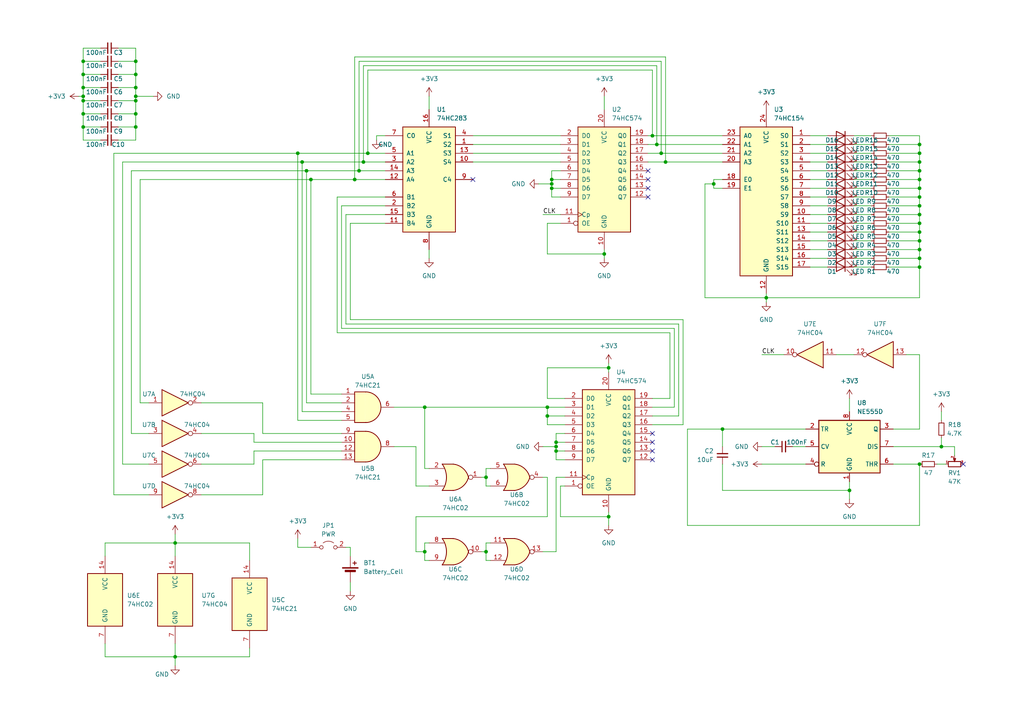
<source format=kicad_sch>
(kicad_sch (version 20230121) (generator eeschema)
  (paper "A4")
  (title_block (title "Supercar!"))
  (lib_symbols
    (symbol "74xx:74HC02" (pin_names (offset 1.016))
      (property "Reference" "U" (at 0 1.27 0))
      (property "Value" "74HC02" (at 0 -1.27 0))
      (symbol "74HC02_1_1"
        (pin output inverted (at 7.62 0 180) (length 3.81) (name "~") (number "1"))
        (pin input line (at -7.62 2.54 0) (length 4.318) (name "~") (number "2"))
        (pin input line (at -7.62 -2.54 0) (length 4.318) (name "~") (number "3"))
      )
      (symbol "74HC02_1_2"
        (pin output line (at 7.62 0 180) (length 3.81) (name "~") (number "1"))
        (pin input inverted (at -7.62 2.54 0) (length 3.81) (name "~") (number "2"))
        (pin input inverted (at -7.62 -2.54 0) (length 3.81) (name "~") (number "3"))
      )
      (symbol "74HC02_2_1"
        (pin output inverted (at 7.62 0 180) (length 3.81) (name "~") (number "4"))
        (pin input line (at -7.62 2.54 0) (length 4.318) (name "~") (number "5"))
        (pin input line (at -7.62 -2.54 0) (length 4.318) (name "~") (number "6"))
      )
      (symbol "74HC02_2_2"
        (pin output line (at 7.62 0 180) (length 3.81) (name "~") (number "4"))
        (pin input inverted (at -7.62 2.54 0) (length 3.81) (name "~") (number "5"))
        (pin input inverted (at -7.62 -2.54 0) (length 3.81) (name "~") (number "6"))
      )
      (symbol "74HC02_3_1"
        (pin output inverted (at 7.62 0 180) (length 3.81) (name "~") (number "10"))
        (pin input line (at -7.62 2.54 0) (length 4.318) (name "~") (number "8"))
        (pin input line (at -7.62 -2.54 0) (length 4.318) (name "~") (number "9"))
      )
      (symbol "74HC02_3_2"
        (pin output line (at 7.62 0 180) (length 3.81) (name "~") (number "10"))
        (pin input inverted (at -7.62 2.54 0) (length 3.81) (name "~") (number "8"))
        (pin input inverted (at -7.62 -2.54 0) (length 3.81) (name "~") (number "9"))
      )
      (symbol "74HC02_4_1"
        (pin input line (at -7.62 2.54 0) (length 4.318) (name "~") (number "11"))
        (pin input line (at -7.62 -2.54 0) (length 4.318) (name "~") (number "12"))
        (pin output inverted (at 7.62 0 180) (length 3.81) (name "~") (number "13"))
      )
      (symbol "74HC02_4_2"
        (pin input inverted (at -7.62 2.54 0) (length 3.81) (name "~") (number "11"))
        (pin input inverted (at -7.62 -2.54 0) (length 3.81) (name "~") (number "12"))
        (pin output line (at 7.62 0 180) (length 3.81) (name "~") (number "13"))
      )
      (symbol "74HC02_5_0"
        (pin power_in line (at 0 12.7 270) (length 5.08) (name "VCC") (number "14"))
        (pin power_in line (at 0 -12.7 90) (length 5.08) (name "GND") (number "7"))
      )
    )
    (symbol "74xx:74HC04"
      (property "Reference" "U" (at 0 1.27 0))
      (property "Value" "74HC04" (at 0 -1.27 0))
      (symbol "74HC04_1_0"
        (pin input line (at -7.62 0 0) (length 3.81) (name "~") (number "1"))
        (pin output inverted (at 7.62 0 180) (length 3.81) (name "~") (number "2"))
      )
      (symbol "74HC04_2_0"
        (pin input line (at -7.62 0 0) (length 3.81) (name "~") (number "3"))
        (pin output inverted (at 7.62 0 180) (length 3.81) (name "~") (number "4"))
      )
      (symbol "74HC04_3_0"
        (pin input line (at -7.62 0 0) (length 3.81) (name "~") (number "5"))
        (pin output inverted (at 7.62 0 180) (length 3.81) (name "~") (number "6"))
      )
      (symbol "74HC04_4_0"
        (pin output inverted (at 7.62 0 180) (length 3.81) (name "~") (number "8"))
        (pin input line (at -7.62 0 0) (length 3.81) (name "~") (number "9"))
      )
      (symbol "74HC04_5_0"
        (pin output inverted (at 7.62 0 180) (length 3.81) (name "~") (number "10"))
        (pin input line (at -7.62 0 0) (length 3.81) (name "~") (number "11"))
      )
      (symbol "74HC04_6_0"
        (pin output inverted (at 7.62 0 180) (length 3.81) (name "~") (number "12"))
        (pin input line (at -7.62 0 0) (length 3.81) (name "~") (number "13"))
      )
      (symbol "74HC04_7_0"
        (pin power_in line (at 0 12.7 270) (length 5.08) (name "VCC") (number "14"))
        (pin power_in line (at 0 -12.7 90) (length 5.08) (name "GND") (number "7"))
      )
    )
    (symbol "74xx:74LS154" (pin_names (offset 1.016))
      (property "Reference" "U" (at -7.62 21.59 0))
      (property "Value" "74LS154" (at -7.62 -24.13 0))
      (symbol "74LS154_1_0"
        (pin output line (at 12.7 17.78 180) (length 5.08) (name "S0") (number "1"))
        (pin output line (at 12.7 -5.08 180) (length 5.08) (name "S9") (number "10"))
        (pin output line (at 12.7 -7.62 180) (length 5.08) (name "S10") (number "11"))
        (pin power_in line (at 0 -27.94 90) (length 5.08) (name "GND") (number "12"))
        (pin output line (at 12.7 -10.16 180) (length 5.08) (name "S11") (number "13"))
        (pin output line (at 12.7 -12.7 180) (length 5.08) (name "S12") (number "14"))
        (pin output line (at 12.7 -15.24 180) (length 5.08) (name "S13") (number "15"))
        (pin output line (at 12.7 -17.78 180) (length 5.08) (name "S14") (number "16"))
        (pin output line (at 12.7 -20.32 180) (length 5.08) (name "S15") (number "17"))
        (pin input line (at -12.7 5.08 0) (length 5.08) (name "E0") (number "18"))
        (pin input line (at -12.7 2.54 0) (length 5.08) (name "E1") (number "19"))
        (pin output line (at 12.7 15.24 180) (length 5.08) (name "S1") (number "2"))
        (pin input line (at -12.7 10.16 0) (length 5.08) (name "A3") (number "20"))
        (pin input line (at -12.7 12.7 0) (length 5.08) (name "A2") (number "21"))
        (pin input line (at -12.7 15.24 0) (length 5.08) (name "A1") (number "22"))
        (pin input line (at -12.7 17.78 0) (length 5.08) (name "A0") (number "23"))
        (pin power_in line (at 0 25.4 270) (length 5.08) (name "VCC") (number "24"))
        (pin output line (at 12.7 12.7 180) (length 5.08) (name "S2") (number "3"))
        (pin output line (at 12.7 10.16 180) (length 5.08) (name "S3") (number "4"))
        (pin output line (at 12.7 7.62 180) (length 5.08) (name "S4") (number "5"))
        (pin output line (at 12.7 5.08 180) (length 5.08) (name "S5") (number "6"))
        (pin output line (at 12.7 2.54 180) (length 5.08) (name "S6") (number "7"))
        (pin output line (at 12.7 0 180) (length 5.08) (name "S7") (number "8"))
        (pin output line (at 12.7 -2.54 180) (length 5.08) (name "S8") (number "9"))
      )
    )
    (symbol "74xx:74LS21" (pin_names (offset 1.016))
      (property "Reference" "U" (at 0 1.27 0))
      (property "Value" "74LS21" (at 0 -1.27 0))
      (symbol "74LS21_1_1"
        (pin input line (at -7.62 3.81 0) (length 3.81) (name "~") (number "1"))
        (pin input line (at -7.62 1.27 0) (length 3.81) (name "~") (number "2"))
        (pin input line (at -7.62 -1.27 0) (length 3.81) (name "~") (number "4"))
        (pin input line (at -7.62 -3.81 0) (length 3.81) (name "~") (number "5"))
        (pin output line (at 7.62 0 180) (length 3.81) (name "~") (number "6"))
      )
      (symbol "74LS21_1_2"
        (pin input inverted (at -7.62 3.81 0) (length 3.81) (name "~") (number "1"))
        (pin input inverted (at -7.62 1.27 0) (length 4.826) (name "~") (number "2"))
        (pin input inverted (at -7.62 -1.27 0) (length 4.826) (name "~") (number "4"))
        (pin input inverted (at -7.62 -3.81 0) (length 3.81) (name "~") (number "5"))
        (pin output inverted (at 7.62 0 180) (length 3.81) (name "~") (number "6"))
      )
      (symbol "74LS21_2_1"
        (pin input line (at -7.62 1.27 0) (length 3.81) (name "~") (number "10"))
        (pin input line (at -7.62 -1.27 0) (length 3.81) (name "~") (number "12"))
        (pin input line (at -7.62 -3.81 0) (length 3.81) (name "~") (number "13"))
        (pin output line (at 7.62 0 180) (length 3.81) (name "~") (number "8"))
        (pin input line (at -7.62 3.81 0) (length 3.81) (name "~") (number "9"))
      )
      (symbol "74LS21_2_2"
        (pin input inverted (at -7.62 1.27 0) (length 4.826) (name "~") (number "10"))
        (pin input inverted (at -7.62 -1.27 0) (length 4.826) (name "~") (number "12"))
        (pin input inverted (at -7.62 -3.81 0) (length 3.81) (name "~") (number "13"))
        (pin output inverted (at 7.62 0 180) (length 3.81) (name "~") (number "8"))
        (pin input inverted (at -7.62 3.81 0) (length 3.81) (name "~") (number "9"))
      )
      (symbol "74LS21_3_0"
        (pin power_in line (at 0 12.7 270) (length 5.08) (name "VCC") (number "14"))
        (pin power_in line (at 0 -12.7 90) (length 5.08) (name "GND") (number "7"))
      )
    )
    (symbol "74xx:74LS283" (pin_names (offset 1.016))
      (property "Reference" "U" (at -7.62 16.51 0))
      (property "Value" "74LS283" (at -7.62 -16.51 0))
      (symbol "74LS283_1_0"
        (pin output line (at 12.7 10.16 180) (length 5.08) (name "S2") (number "1"))
        (pin output line (at 12.7 5.08 180) (length 5.08) (name "S4") (number "10"))
        (pin input line (at -12.7 -12.7 0) (length 5.08) (name "B4") (number "11"))
        (pin input line (at -12.7 0 0) (length 5.08) (name "A4") (number "12"))
        (pin output line (at 12.7 7.62 180) (length 5.08) (name "S3") (number "13"))
        (pin input line (at -12.7 2.54 0) (length 5.08) (name "A3") (number "14"))
        (pin input line (at -12.7 -10.16 0) (length 5.08) (name "B3") (number "15"))
        (pin power_in line (at 0 20.32 270) (length 5.08) (name "VCC") (number "16"))
        (pin input line (at -12.7 -7.62 0) (length 5.08) (name "B2") (number "2"))
        (pin input line (at -12.7 5.08 0) (length 5.08) (name "A2") (number "3"))
        (pin output line (at 12.7 12.7 180) (length 5.08) (name "S1") (number "4"))
        (pin input line (at -12.7 7.62 0) (length 5.08) (name "A1") (number "5"))
        (pin input line (at -12.7 -5.08 0) (length 5.08) (name "B1") (number "6"))
        (pin input line (at -12.7 12.7 0) (length 5.08) (name "C0") (number "7"))
        (pin power_in line (at 0 -20.32 90) (length 5.08) (name "GND") (number "8"))
        (pin output line (at 12.7 0 180) (length 5.08) (name "C4") (number "9"))
      )
    )
    (symbol "74xx:74LS574" (pin_names (offset 1.016))
      (property "Reference" "U" (at -7.62 16.51 0))
      (property "Value" "74LS574" (at -7.62 -16.51 0))
      (symbol "74LS574_1_0"
        (pin input inverted (at -12.7 -12.7 0) (length 5.08) (name "OE") (number "1"))
        (pin power_in line (at 0 -20.32 90) (length 5.08) (name "GND") (number "10"))
        (pin input clock (at -12.7 -10.16 0) (length 5.08) (name "Cp") (number "11"))
        (pin tri_state line (at 12.7 -5.08 180) (length 5.08) (name "Q7") (number "12"))
        (pin tri_state line (at 12.7 -2.54 180) (length 5.08) (name "Q6") (number "13"))
        (pin tri_state line (at 12.7 0 180) (length 5.08) (name "Q5") (number "14"))
        (pin tri_state line (at 12.7 2.54 180) (length 5.08) (name "Q4") (number "15"))
        (pin tri_state line (at 12.7 5.08 180) (length 5.08) (name "Q3") (number "16"))
        (pin tri_state line (at 12.7 7.62 180) (length 5.08) (name "Q2") (number "17"))
        (pin tri_state line (at 12.7 10.16 180) (length 5.08) (name "Q1") (number "18"))
        (pin tri_state line (at 12.7 12.7 180) (length 5.08) (name "Q0") (number "19"))
        (pin input line (at -12.7 12.7 0) (length 5.08) (name "D0") (number "2"))
        (pin power_in line (at 0 20.32 270) (length 5.08) (name "VCC") (number "20"))
        (pin input line (at -12.7 10.16 0) (length 5.08) (name "D1") (number "3"))
        (pin input line (at -12.7 7.62 0) (length 5.08) (name "D2") (number "4"))
        (pin input line (at -12.7 5.08 0) (length 5.08) (name "D3") (number "5"))
        (pin input line (at -12.7 2.54 0) (length 5.08) (name "D4") (number "6"))
        (pin input line (at -12.7 0 0) (length 5.08) (name "D5") (number "7"))
        (pin input line (at -12.7 -2.54 0) (length 5.08) (name "D6") (number "8"))
        (pin input line (at -12.7 -5.08 0) (length 5.08) (name "D7") (number "9"))
      )
    )
    (symbol "Device:Battery_Cell" (pin_numbers hide) (pin_names (offset 0) hide)
      (property "Reference" "BT" (at 2.54 2.54 0))
      (property "Value" "Battery_Cell" (at 2.54 0 0))
      (symbol "Battery_Cell_1_1"
        (pin passive line (at 0 5.08 270) (length 2.54) (name "+") (number "1"))
        (pin passive line (at 0 -2.54 90) (length 2.54) (name "-") (number "2"))
      )
    )
    (symbol "Device:C_Small" (pin_numbers hide) (pin_names (offset 0.254) hide)
      (property "Reference" "C" (at 0.254 1.778 0))
      (property "Value" "C_Small" (at 0.254 -2.032 0))
      (symbol "C_Small_1_1"
        (pin passive line (at 0 2.54 270) (length 2.032) (name "~") (number "1"))
        (pin passive line (at 0 -2.54 90) (length 2.032) (name "~") (number "2"))
      )
    )
    (symbol "Device:LED" (pin_numbers hide) (pin_names (offset 1.016) hide)
      (property "Reference" "D" (at 0 2.54 0))
      (property "Value" "LED" (at 0 -2.54 0))
      (symbol "LED_1_1"
        (pin passive line (at -3.81 0 0) (length 2.54) (name "K") (number "1"))
        (pin passive line (at 3.81 0 180) (length 2.54) (name "A") (number "2"))
      )
    )
    (symbol "Device:R_Potentiometer_Small" (pin_names (offset 1.016) hide)
      (property "Reference" "RV" (at -4.445 0 90))
      (property "Value" "R_Potentiometer_Small" (at -2.54 0 90))
      (symbol "R_Potentiometer_Small_1_1"
        (pin passive line (at 0 2.54 270) (length 0.635) (name "1") (number "1"))
        (pin passive line (at 2.54 0 180) (length 0.9906) (name "2") (number "2"))
        (pin passive line (at 0 -2.54 90) (length 0.635) (name "3") (number "3"))
      )
    )
    (symbol "Device:R_Small" (pin_numbers hide) (pin_names (offset 0.254) hide)
      (property "Reference" "R" (at 0.762 0.508 0))
      (property "Value" "R_Small" (at 0.762 -1.016 0))
      (symbol "R_Small_1_1"
        (pin passive line (at 0 2.54 270) (length 0.762) (name "~") (number "1"))
        (pin passive line (at 0 -2.54 90) (length 0.762) (name "~") (number "2"))
      )
    )
    (symbol "Jumper:Jumper_2_Open" (pin_names (offset 0) hide)
      (property "Reference" "JP" (at 0 2.794 0))
      (property "Value" "Jumper_2_Open" (at 0 -2.286 0))
      (symbol "Jumper_2_Open_1_1"
        (pin passive line (at -5.08 0 0) (length 2.54) (name "A") (number "1"))
        (pin passive line (at 5.08 0 180) (length 2.54) (name "B") (number "2"))
      )
    )
    (symbol "Timer:NE555D"
      (property "Reference" "U" (at -10.16 8.89 0))
      (property "Value" "NE555D" (at 2.54 8.89 0))
      (symbol "NE555D_0_0"
        (pin power_in line (at 0 -10.16 90) (length 2.54) (name "GND") (number "1"))
        (pin power_in line (at 0 10.16 270) (length 2.54) (name "VCC") (number "8"))
      )
      (symbol "NE555D_1_1"
        (pin input line (at -12.7 5.08 0) (length 3.81) (name "TR") (number "2"))
        (pin output line (at 12.7 5.08 180) (length 3.81) (name "Q") (number "3"))
        (pin input inverted (at -12.7 -5.08 0) (length 3.81) (name "R") (number "4"))
        (pin input line (at -12.7 0 0) (length 3.81) (name "CV") (number "5"))
        (pin input line (at 12.7 -5.08 180) (length 3.81) (name "THR") (number "6"))
        (pin input line (at 12.7 0 180) (length 3.81) (name "DIS") (number "7"))
      )
    )
    (symbol "power:+3V3" (power) (pin_names (offset 0))
      (property "Value" "+3V3" (at 0 3.556 0))
      (symbol "+3V3_1_1"
        (pin power_in line (at 0 0 90) (length 0) hide (name "+3V3") (number "1"))
      )
    )
    (symbol "power:GND" (power) (pin_names (offset 0))
      (property "Value" "GND" (at 0 -3.81 0))
      (symbol "GND_1_1"
        (pin power_in line (at 0 0 270) (length 0) hide (name "GND") (number "1"))
      )
    )
  )
  (junction (at 24.13 21.59))
  (junction (at 24.13 29.21))
  (junction (at 161.29 128.27))
  (junction (at 191.77 44.45))
  (junction (at 50.8 157.48))
  (junction (at 266.7 57.15))
  (junction (at 209.55 124.46))
  (junction (at 160.02 53.34))
  (junction (at 160.02 54.61))
  (junction (at 39.37 27.94))
  (junction (at 24.13 36.83))
  (junction (at 24.13 17.78))
  (junction (at 24.13 27.94))
  (junction (at 273.05 129.54))
  (junction (at 123.19 118.11))
  (junction (at 39.37 36.83))
  (junction (at 266.7 69.85))
  (junction (at 207.01 53.34))
  (junction (at 39.37 25.4))
  (junction (at 246.38 142.24))
  (junction (at 176.53 149.86))
  (junction (at 266.7 52.07))
  (junction (at 24.13 33.02))
  (junction (at 39.37 29.21))
  (junction (at 266.7 44.45))
  (junction (at 160.02 52.07))
  (junction (at 39.37 21.59))
  (junction (at 161.29 129.54))
  (junction (at 123.19 160.02))
  (junction (at 193.04 46.99))
  (junction (at 104.14 49.53))
  (junction (at 266.7 134.62))
  (junction (at 266.7 54.61))
  (junction (at 90.17 52.07))
  (junction (at 158.75 118.11))
  (junction (at 86.36 44.45))
  (junction (at 175.26 73.66))
  (junction (at 266.7 77.47))
  (junction (at 266.7 62.23))
  (junction (at 87.63 46.99))
  (junction (at 176.53 106.68))
  (junction (at 106.68 44.45))
  (junction (at 161.29 130.81))
  (junction (at 266.7 46.99))
  (junction (at 158.75 120.65))
  (junction (at 140.97 138.43))
  (junction (at 266.7 74.93))
  (junction (at 39.37 33.02))
  (junction (at 266.7 67.31))
  (junction (at 190.5 41.91))
  (junction (at 105.41 46.99))
  (junction (at 39.37 17.78))
  (junction (at 266.7 41.91))
  (junction (at 88.9 49.53))
  (junction (at 50.8 190.5))
  (junction (at 189.23 39.37))
  (junction (at 102.87 52.07))
  (junction (at 24.13 25.4))
  (junction (at 266.7 49.53))
  (junction (at 140.97 160.02))
  (junction (at 266.7 72.39))
  (junction (at 266.7 64.77))
  (junction (at 222.25 86.36))
  (junction (at 266.7 59.69))
  (no_connect (at 279.4 134.62))
  (no_connect (at 189.23 133.35))
  (no_connect (at 187.96 54.61))
  (no_connect (at 187.96 49.53))
  (no_connect (at 189.23 125.73))
  (no_connect (at 189.23 130.81))
  (no_connect (at 187.96 57.15))
  (no_connect (at 187.96 52.07))
  (no_connect (at 189.23 128.27))
  (no_connect (at 137.16 52.07))
  (wire (pts (xy 266.7 72.39) (xy 266.7 74.93)))
  (wire (pts (xy 157.48 62.23) (xy 162.56 62.23)))
  (wire (pts (xy 198.12 92.71) (xy 101.6 92.71)))
  (wire (pts (xy 22.86 27.94) (xy 24.13 27.94)))
  (wire (pts (xy 234.95 64.77) (xy 240.03 64.77)))
  (wire (pts (xy 39.37 21.59) (xy 39.37 25.4)))
  (wire (pts (xy 234.95 62.23) (xy 240.03 62.23)))
  (wire (pts (xy 234.95 59.69) (xy 240.03 59.69)))
  (wire (pts (xy 24.13 33.02) (xy 24.13 36.83)))
  (wire (pts (xy 90.17 158.75) (xy 86.36 158.75)))
  (wire (pts (xy 123.19 160.02) (xy 123.19 162.56)))
  (wire (pts (xy 157.48 129.54) (xy 161.29 129.54)))
  (wire (pts (xy 102.87 16.51) (xy 102.87 52.07)))
  (wire (pts (xy 247.65 77.47) (xy 252.73 77.47)))
  (wire (pts (xy 247.65 52.07) (xy 252.73 52.07)))
  (wire (pts (xy 158.75 123.19) (xy 163.83 123.19)))
  (wire (pts (xy 24.13 40.64) (xy 29.21 40.64)))
  (wire (pts (xy 30.48 186.69) (xy 30.48 190.5)))
  (wire (pts (xy 234.95 67.31) (xy 240.03 67.31)))
  (wire (pts (xy 58.42 116.84) (xy 76.2 116.84)))
  (wire (pts (xy 142.24 157.48) (xy 140.97 157.48)))
  (wire (pts (xy 266.7 44.45) (xy 266.7 46.99)))
  (wire (pts (xy 204.47 53.34) (xy 204.47 86.36)))
  (wire (pts (xy 234.95 74.93) (xy 240.03 74.93)))
  (wire (pts (xy 257.81 64.77) (xy 266.7 64.77)))
  (wire (pts (xy 88.9 49.53) (xy 88.9 116.84)))
  (wire (pts (xy 123.19 135.89) (xy 123.19 118.11)))
  (wire (pts (xy 158.75 118.11) (xy 163.83 118.11)))
  (wire (pts (xy 39.37 33.02) (xy 39.37 36.83)))
  (wire (pts (xy 162.56 149.86) (xy 162.56 140.97)))
  (wire (pts (xy 189.23 123.19) (xy 198.12 123.19)))
  (wire (pts (xy 34.29 13.97) (xy 39.37 13.97)))
  (wire (pts (xy 163.83 125.73) (xy 161.29 125.73)))
  (wire (pts (xy 229.87 129.54) (xy 233.68 129.54)))
  (wire (pts (xy 176.53 148.59) (xy 176.53 149.86)))
  (wire (pts (xy 189.23 115.57) (xy 194.31 115.57)))
  (wire (pts (xy 194.31 115.57) (xy 194.31 96.52)))
  (wire (pts (xy 257.81 74.93) (xy 266.7 74.93)))
  (wire (pts (xy 40.64 52.07) (xy 90.17 52.07)))
  (wire (pts (xy 34.29 33.02) (xy 39.37 33.02)))
  (wire (pts (xy 123.19 157.48) (xy 124.46 157.48)))
  (wire (pts (xy 120.65 149.86) (xy 120.65 160.02)))
  (wire (pts (xy 73.66 125.73) (xy 73.66 128.27)))
  (wire (pts (xy 207.01 52.07) (xy 207.01 53.34)))
  (wire (pts (xy 30.48 161.29) (xy 30.48 157.48)))
  (wire (pts (xy 137.16 39.37) (xy 162.56 39.37)))
  (wire (pts (xy 99.06 95.25) (xy 99.06 59.69)))
  (wire (pts (xy 266.7 152.4) (xy 266.7 134.62)))
  (wire (pts (xy 40.64 52.07) (xy 40.64 116.84)))
  (wire (pts (xy 176.53 105.41) (xy 176.53 106.68)))
  (wire (pts (xy 39.37 40.64) (xy 34.29 40.64)))
  (wire (pts (xy 102.87 52.07) (xy 90.17 52.07)))
  (wire (pts (xy 72.39 157.48) (xy 72.39 162.56)))
  (wire (pts (xy 40.64 116.84) (xy 43.18 116.84)))
  (wire (pts (xy 158.75 64.77) (xy 158.75 73.66)))
  (wire (pts (xy 24.13 33.02) (xy 29.21 33.02)))
  (wire (pts (xy 123.19 160.02) (xy 123.19 157.48)))
  (wire (pts (xy 120.65 129.54) (xy 120.65 140.97)))
  (wire (pts (xy 194.31 96.52) (xy 97.79 96.52)))
  (wire (pts (xy 24.13 17.78) (xy 24.13 21.59)))
  (wire (pts (xy 190.5 41.91) (xy 209.55 41.91)))
  (wire (pts (xy 234.95 44.45) (xy 240.03 44.45)))
  (wire (pts (xy 257.81 62.23) (xy 266.7 62.23)))
  (wire (pts (xy 24.13 36.83) (xy 29.21 36.83)))
  (wire (pts (xy 50.8 157.48) (xy 72.39 157.48)))
  (wire (pts (xy 58.42 134.62) (xy 73.66 134.62)))
  (wire (pts (xy 105.41 19.05) (xy 105.41 46.99)))
  (wire (pts (xy 124.46 72.39) (xy 124.46 74.93)))
  (wire (pts (xy 101.6 92.71) (xy 101.6 64.77)))
  (wire (pts (xy 50.8 157.48) (xy 50.8 161.29)))
  (wire (pts (xy 247.65 72.39) (xy 252.73 72.39)))
  (wire (pts (xy 259.08 124.46) (xy 266.7 124.46)))
  (wire (pts (xy 193.04 16.51) (xy 102.87 16.51)))
  (wire (pts (xy 87.63 46.99) (xy 87.63 119.38)))
  (wire (pts (xy 187.96 44.45) (xy 191.77 44.45)))
  (wire (pts (xy 222.25 85.09) (xy 222.25 86.36)))
  (wire (pts (xy 162.56 49.53) (xy 160.02 49.53)))
  (wire (pts (xy 39.37 17.78) (xy 39.37 21.59)))
  (wire (pts (xy 189.23 118.11) (xy 195.58 118.11)))
  (wire (pts (xy 140.97 157.48) (xy 140.97 160.02)))
  (wire (pts (xy 257.81 67.31) (xy 266.7 67.31)))
  (wire (pts (xy 123.19 118.11) (xy 158.75 118.11)))
  (wire (pts (xy 266.7 102.87) (xy 262.89 102.87)))
  (wire (pts (xy 157.48 160.02) (xy 161.29 160.02)))
  (wire (pts (xy 234.95 39.37) (xy 240.03 39.37)))
  (wire (pts (xy 257.81 54.61) (xy 266.7 54.61)))
  (wire (pts (xy 246.38 142.24) (xy 209.55 142.24)))
  (wire (pts (xy 234.95 57.15) (xy 240.03 57.15)))
  (wire (pts (xy 266.7 124.46) (xy 266.7 102.87)))
  (wire (pts (xy 35.56 46.99) (xy 35.56 134.62)))
  (wire (pts (xy 58.42 125.73) (xy 73.66 125.73)))
  (wire (pts (xy 50.8 190.5) (xy 72.39 190.5)))
  (wire (pts (xy 266.7 49.53) (xy 266.7 52.07)))
  (wire (pts (xy 100.33 158.75) (xy 101.6 158.75)))
  (wire (pts (xy 199.39 152.4) (xy 266.7 152.4)))
  (wire (pts (xy 34.29 29.21) (xy 39.37 29.21)))
  (wire (pts (xy 175.26 73.66) (xy 175.26 74.93)))
  (wire (pts (xy 39.37 29.21) (xy 39.37 33.02)))
  (wire (pts (xy 234.95 69.85) (xy 240.03 69.85)))
  (wire (pts (xy 273.05 129.54) (xy 276.86 129.54)))
  (wire (pts (xy 39.37 27.94) (xy 44.45 27.94)))
  (wire (pts (xy 247.65 49.53) (xy 252.73 49.53)))
  (wire (pts (xy 24.13 21.59) (xy 29.21 21.59)))
  (wire (pts (xy 161.29 160.02) (xy 161.29 138.43)))
  (wire (pts (xy 101.6 158.75) (xy 101.6 161.29)))
  (wire (pts (xy 105.41 46.99) (xy 111.76 46.99)))
  (wire (pts (xy 195.58 118.11) (xy 195.58 95.25)))
  (wire (pts (xy 266.7 67.31) (xy 266.7 69.85)))
  (wire (pts (xy 266.7 77.47) (xy 266.7 86.36)))
  (wire (pts (xy 101.6 168.91) (xy 101.6 171.45)))
  (wire (pts (xy 160.02 52.07) (xy 162.56 52.07)))
  (wire (pts (xy 259.08 129.54) (xy 273.05 129.54)))
  (wire (pts (xy 38.1 49.53) (xy 88.9 49.53)))
  (wire (pts (xy 189.23 120.65) (xy 196.85 120.65)))
  (wire (pts (xy 193.04 46.99) (xy 193.04 16.51)))
  (wire (pts (xy 30.48 157.48) (xy 50.8 157.48)))
  (wire (pts (xy 137.16 46.99) (xy 162.56 46.99)))
  (wire (pts (xy 257.81 41.91) (xy 266.7 41.91)))
  (wire (pts (xy 158.75 106.68) (xy 176.53 106.68)))
  (wire (pts (xy 158.75 120.65) (xy 163.83 120.65)))
  (wire (pts (xy 162.56 140.97) (xy 163.83 140.97)))
  (wire (pts (xy 209.55 124.46) (xy 233.68 124.46)))
  (wire (pts (xy 247.65 64.77) (xy 252.73 64.77)))
  (wire (pts (xy 87.63 46.99) (xy 105.41 46.99)))
  (wire (pts (xy 266.7 41.91) (xy 266.7 44.45)))
  (wire (pts (xy 247.65 44.45) (xy 252.73 44.45)))
  (wire (pts (xy 175.26 72.39) (xy 175.26 73.66)))
  (wire (pts (xy 73.66 128.27) (xy 99.06 128.27)))
  (wire (pts (xy 247.65 54.61) (xy 252.73 54.61)))
  (wire (pts (xy 114.3 118.11) (xy 123.19 118.11)))
  (wire (pts (xy 33.02 44.45) (xy 33.02 143.51)))
  (wire (pts (xy 86.36 44.45) (xy 86.36 121.92)))
  (wire (pts (xy 163.83 115.57) (xy 158.75 115.57)))
  (wire (pts (xy 273.05 119.38) (xy 273.05 121.92)))
  (wire (pts (xy 189.23 20.32) (xy 106.68 20.32)))
  (wire (pts (xy 247.65 41.91) (xy 252.73 41.91)))
  (wire (pts (xy 24.13 17.78) (xy 29.21 17.78)))
  (wire (pts (xy 246.38 142.24) (xy 246.38 144.78)))
  (wire (pts (xy 247.65 57.15) (xy 252.73 57.15)))
  (wire (pts (xy 34.29 25.4) (xy 39.37 25.4)))
  (wire (pts (xy 34.29 17.78) (xy 39.37 17.78)))
  (wire (pts (xy 90.17 114.3) (xy 99.06 114.3)))
  (wire (pts (xy 38.1 49.53) (xy 38.1 125.73)))
  (wire (pts (xy 50.8 190.5) (xy 50.8 193.04)))
  (wire (pts (xy 176.53 106.68) (xy 176.53 107.95)))
  (wire (pts (xy 29.21 13.97) (xy 24.13 13.97)))
  (wire (pts (xy 88.9 116.84) (xy 99.06 116.84)))
  (wire (pts (xy 161.29 128.27) (xy 163.83 128.27)))
  (wire (pts (xy 266.7 64.77) (xy 266.7 67.31)))
  (wire (pts (xy 124.46 27.94) (xy 124.46 31.75)))
  (wire (pts (xy 247.65 39.37) (xy 252.73 39.37)))
  (wire (pts (xy 273.05 129.54) (xy 273.05 127)))
  (wire (pts (xy 100.33 93.98) (xy 100.33 62.23)))
  (wire (pts (xy 207.01 53.34) (xy 204.47 53.34)))
  (wire (pts (xy 242.57 102.87) (xy 247.65 102.87)))
  (wire (pts (xy 161.29 125.73) (xy 161.29 128.27)))
  (wire (pts (xy 114.3 129.54) (xy 120.65 129.54)))
  (wire (pts (xy 137.16 44.45) (xy 162.56 44.45)))
  (wire (pts (xy 198.12 123.19) (xy 198.12 92.71)))
  (wire (pts (xy 160.02 57.15) (xy 162.56 57.15)))
  (wire (pts (xy 24.13 29.21) (xy 29.21 29.21)))
  (wire (pts (xy 257.81 49.53) (xy 266.7 49.53)))
  (wire (pts (xy 266.7 52.07) (xy 266.7 54.61)))
  (wire (pts (xy 257.81 39.37) (xy 266.7 39.37)))
  (wire (pts (xy 158.75 138.43) (xy 158.75 149.86)))
  (wire (pts (xy 104.14 49.53) (xy 111.76 49.53)))
  (wire (pts (xy 106.68 44.45) (xy 111.76 44.45)))
  (wire (pts (xy 191.77 44.45) (xy 209.55 44.45)))
  (wire (pts (xy 30.48 190.5) (xy 50.8 190.5)))
  (wire (pts (xy 104.14 17.78) (xy 104.14 49.53)))
  (wire (pts (xy 76.2 116.84) (xy 76.2 125.73)))
  (wire (pts (xy 234.95 49.53) (xy 240.03 49.53)))
  (wire (pts (xy 247.65 69.85) (xy 252.73 69.85)))
  (wire (pts (xy 207.01 53.34) (xy 207.01 54.61)))
  (wire (pts (xy 158.75 118.11) (xy 158.75 120.65)))
  (wire (pts (xy 220.98 129.54) (xy 224.79 129.54)))
  (wire (pts (xy 234.95 54.61) (xy 240.03 54.61)))
  (wire (pts (xy 234.95 46.99) (xy 240.03 46.99)))
  (wire (pts (xy 24.13 21.59) (xy 24.13 25.4)))
  (wire (pts (xy 189.23 39.37) (xy 189.23 20.32)))
  (wire (pts (xy 39.37 25.4) (xy 39.37 27.94)))
  (wire (pts (xy 99.06 59.69) (xy 111.76 59.69)))
  (wire (pts (xy 220.98 134.62) (xy 233.68 134.62)))
  (wire (pts (xy 195.58 95.25) (xy 99.06 95.25)))
  (wire (pts (xy 100.33 62.23) (xy 111.76 62.23)))
  (wire (pts (xy 257.81 72.39) (xy 266.7 72.39)))
  (wire (pts (xy 246.38 115.57) (xy 246.38 119.38)))
  (wire (pts (xy 76.2 125.73) (xy 99.06 125.73)))
  (wire (pts (xy 140.97 140.97) (xy 142.24 140.97)))
  (wire (pts (xy 158.75 149.86) (xy 120.65 149.86)))
  (wire (pts (xy 161.29 130.81) (xy 163.83 130.81)))
  (wire (pts (xy 50.8 186.69) (xy 50.8 190.5)))
  (wire (pts (xy 34.29 36.83) (xy 39.37 36.83)))
  (wire (pts (xy 187.96 41.91) (xy 190.5 41.91)))
  (wire (pts (xy 196.85 93.98) (xy 100.33 93.98)))
  (wire (pts (xy 266.7 46.99) (xy 266.7 49.53)))
  (wire (pts (xy 39.37 36.83) (xy 39.37 40.64)))
  (wire (pts (xy 73.66 134.62) (xy 73.66 130.81)))
  (wire (pts (xy 24.13 25.4) (xy 24.13 27.94)))
  (wire (pts (xy 193.04 46.99) (xy 209.55 46.99)))
  (wire (pts (xy 247.65 62.23) (xy 252.73 62.23)))
  (wire (pts (xy 156.21 53.34) (xy 160.02 53.34)))
  (wire (pts (xy 160.02 52.07) (xy 160.02 53.34)))
  (wire (pts (xy 204.47 86.36) (xy 222.25 86.36)))
  (wire (pts (xy 266.7 62.23) (xy 266.7 64.77)))
  (wire (pts (xy 247.65 46.99) (xy 252.73 46.99)))
  (wire (pts (xy 266.7 69.85) (xy 266.7 72.39)))
  (wire (pts (xy 50.8 154.94) (xy 50.8 157.48)))
  (wire (pts (xy 140.97 162.56) (xy 142.24 162.56)))
  (wire (pts (xy 24.13 29.21) (xy 24.13 33.02)))
  (wire (pts (xy 86.36 44.45) (xy 106.68 44.45)))
  (wire (pts (xy 247.65 67.31) (xy 252.73 67.31)))
  (wire (pts (xy 187.96 39.37) (xy 189.23 39.37)))
  (wire (pts (xy 257.81 77.47) (xy 266.7 77.47)))
  (wire (pts (xy 86.36 121.92) (xy 99.06 121.92)))
  (wire (pts (xy 234.95 77.47) (xy 240.03 77.47)))
  (wire (pts (xy 266.7 39.37) (xy 266.7 41.91)))
  (wire (pts (xy 38.1 125.73) (xy 43.18 125.73)))
  (wire (pts (xy 101.6 64.77) (xy 111.76 64.77)))
  (wire (pts (xy 257.81 59.69) (xy 266.7 59.69)))
  (wire (pts (xy 120.65 160.02) (xy 123.19 160.02)))
  (wire (pts (xy 139.7 138.43) (xy 140.97 138.43)))
  (wire (pts (xy 175.26 27.94) (xy 175.26 31.75)))
  (wire (pts (xy 247.65 59.69) (xy 252.73 59.69)))
  (wire (pts (xy 161.29 130.81) (xy 161.29 133.35)))
  (wire (pts (xy 176.53 149.86) (xy 176.53 152.4)))
  (wire (pts (xy 222.25 86.36) (xy 222.25 87.63)))
  (wire (pts (xy 87.63 119.38) (xy 99.06 119.38)))
  (wire (pts (xy 161.29 138.43) (xy 163.83 138.43)))
  (wire (pts (xy 142.24 135.89) (xy 140.97 135.89)))
  (wire (pts (xy 266.7 59.69) (xy 266.7 62.23)))
  (wire (pts (xy 102.87 52.07) (xy 111.76 52.07)))
  (wire (pts (xy 106.68 20.32) (xy 106.68 44.45)))
  (wire (pts (xy 109.22 39.37) (xy 109.22 40.64)))
  (wire (pts (xy 24.13 13.97) (xy 24.13 17.78)))
  (wire (pts (xy 140.97 160.02) (xy 140.97 162.56)))
  (wire (pts (xy 161.29 129.54) (xy 161.29 130.81)))
  (wire (pts (xy 97.79 57.15) (xy 111.76 57.15)))
  (wire (pts (xy 73.66 130.81) (xy 99.06 130.81)))
  (wire (pts (xy 257.81 46.99) (xy 266.7 46.99)))
  (wire (pts (xy 209.55 142.24) (xy 209.55 134.62)))
  (wire (pts (xy 76.2 143.51) (xy 76.2 133.35)))
  (wire (pts (xy 24.13 27.94) (xy 24.13 29.21)))
  (wire (pts (xy 257.81 69.85) (xy 266.7 69.85)))
  (wire (pts (xy 271.78 134.62) (xy 274.32 134.62)))
  (wire (pts (xy 111.76 39.37) (xy 109.22 39.37)))
  (wire (pts (xy 24.13 25.4) (xy 29.21 25.4)))
  (wire (pts (xy 189.23 39.37) (xy 209.55 39.37)))
  (wire (pts (xy 176.53 149.86) (xy 162.56 149.86)))
  (wire (pts (xy 35.56 134.62) (xy 43.18 134.62)))
  (wire (pts (xy 160.02 49.53) (xy 160.02 52.07)))
  (wire (pts (xy 24.13 36.83) (xy 24.13 40.64)))
  (wire (pts (xy 199.39 124.46) (xy 199.39 152.4)))
  (wire (pts (xy 190.5 41.91) (xy 190.5 19.05)))
  (wire (pts (xy 234.95 52.07) (xy 240.03 52.07)))
  (wire (pts (xy 266.7 134.62) (xy 259.08 134.62)))
  (wire (pts (xy 139.7 160.02) (xy 140.97 160.02)))
  (wire (pts (xy 247.65 74.93) (xy 252.73 74.93)))
  (wire (pts (xy 158.75 120.65) (xy 158.75 123.19)))
  (wire (pts (xy 120.65 140.97) (xy 124.46 140.97)))
  (wire (pts (xy 234.95 41.91) (xy 240.03 41.91)))
  (wire (pts (xy 191.77 17.78) (xy 104.14 17.78)))
  (wire (pts (xy 90.17 52.07) (xy 90.17 114.3)))
  (wire (pts (xy 160.02 54.61) (xy 160.02 57.15)))
  (wire (pts (xy 123.19 162.56) (xy 124.46 162.56)))
  (wire (pts (xy 161.29 133.35) (xy 163.83 133.35)))
  (wire (pts (xy 97.79 96.52) (xy 97.79 57.15)))
  (wire (pts (xy 160.02 54.61) (xy 162.56 54.61)))
  (wire (pts (xy 140.97 138.43) (xy 140.97 140.97)))
  (wire (pts (xy 266.7 57.15) (xy 266.7 59.69)))
  (wire (pts (xy 257.81 44.45) (xy 266.7 44.45)))
  (wire (pts (xy 160.02 53.34) (xy 160.02 54.61)))
  (wire (pts (xy 209.55 129.54) (xy 209.55 124.46)))
  (wire (pts (xy 207.01 54.61) (xy 209.55 54.61)))
  (wire (pts (xy 39.37 27.94) (xy 39.37 29.21)))
  (wire (pts (xy 209.55 52.07) (xy 207.01 52.07)))
  (wire (pts (xy 209.55 124.46) (xy 199.39 124.46)))
  (wire (pts (xy 220.98 102.87) (xy 227.33 102.87)))
  (wire (pts (xy 266.7 74.93) (xy 266.7 77.47)))
  (wire (pts (xy 158.75 115.57) (xy 158.75 106.68)))
  (wire (pts (xy 39.37 13.97) (xy 39.37 17.78)))
  (wire (pts (xy 266.7 86.36) (xy 222.25 86.36)))
  (wire (pts (xy 191.77 44.45) (xy 191.77 17.78)))
  (wire (pts (xy 157.48 138.43) (xy 158.75 138.43)))
  (wire (pts (xy 35.56 46.99) (xy 87.63 46.99)))
  (wire (pts (xy 33.02 44.45) (xy 86.36 44.45)))
  (wire (pts (xy 158.75 73.66) (xy 175.26 73.66)))
  (wire (pts (xy 276.86 129.54) (xy 276.86 132.08)))
  (wire (pts (xy 161.29 128.27) (xy 161.29 129.54)))
  (wire (pts (xy 34.29 21.59) (xy 39.37 21.59)))
  (wire (pts (xy 257.81 57.15) (xy 266.7 57.15)))
  (wire (pts (xy 257.81 52.07) (xy 266.7 52.07)))
  (wire (pts (xy 266.7 54.61) (xy 266.7 57.15)))
  (wire (pts (xy 234.95 72.39) (xy 240.03 72.39)))
  (wire (pts (xy 72.39 190.5) (xy 72.39 187.96)))
  (wire (pts (xy 187.96 46.99) (xy 193.04 46.99)))
  (wire (pts (xy 88.9 49.53) (xy 104.14 49.53)))
  (wire (pts (xy 190.5 19.05) (xy 105.41 19.05)))
  (wire (pts (xy 137.16 41.91) (xy 162.56 41.91)))
  (wire (pts (xy 140.97 135.89) (xy 140.97 138.43)))
  (wire (pts (xy 196.85 120.65) (xy 196.85 93.98)))
  (wire (pts (xy 86.36 156.21) (xy 86.36 158.75)))
  (wire (pts (xy 76.2 133.35) (xy 99.06 133.35)))
  (wire (pts (xy 162.56 64.77) (xy 158.75 64.77)))
  (wire (pts (xy 246.38 139.7) (xy 246.38 142.24)))
  (wire (pts (xy 123.19 135.89) (xy 124.46 135.89)))
  (wire (pts (xy 33.02 143.51) (xy 43.18 143.51)))
  (wire (pts (xy 58.42 143.51) (xy 76.2 143.51)))
  (label "CLK" (at 157.48 62.23 0))
  (label "CLK" (at 220.98 102.87 0))
  (symbol (lib_id "Device:C_Small") (at 31.75 17.78 270) (unit 1)
    (property "Reference" "C4" (at 34.29 19.05 90))
    (property "Value" "100nF" (at 27.94 19.05 90))
    (property "Footprint" "Capacitor_SMD:C_1206_3216Metric_Pad1.33x1.80mm_HandSolder" (effects hide))
  )
  (symbol (lib_id "Device:R_Small") (at 273.05 124.46 180) (unit 1)
    (property "Reference" "R18" (at 276.86 123.19 0))
    (property "Value" "4.7K" (at 276.86 125.73 0))
    (property "Footprint" "Resistor_SMD:R_1206_3216Metric_Pad1.30x1.75mm_HandSolder" (effects hide))
  )
  (symbol (lib_id "74xx:74HC04") (at 50.8 125.73 0) (unit 2)
    (property "Reference" "U7" (at 43.18 123.19 0))
    (property "Value" "74HC04" (at 57.15 123.19 0))
    (property "Footprint" "Package_SO:SOIC-14_3.9x8.7mm_P1.27mm" (effects hide))
    (property "Datasheet" "https://assets.nexperia.com/documents/data-sheet/74HC_HCT04.pdf" (effects hide))
  )
  (symbol (lib_id "Device:LED") (at 243.84 46.99 0) (mirror y) (unit 1)
    (property "Reference" "D13" (at 241.3 48.26 0))
    (property "Value" "LED" (at 248.92 48.26 0))
    (property "Footprint" "LED_SMD:LED_1206_3216Metric_Pad1.42x1.75mm_HandSolder" (effects hide))
  )
  (symbol (lib_id "Device:R_Small") (at 255.27 46.99 90) (mirror x) (unit 1)
    (property "Reference" "R13" (at 252.73 48.26 90))
    (property "Value" "470" (at 259.08 48.26 90))
    (property "Footprint" "Resistor_SMD:R_1206_3216Metric_Pad1.30x1.75mm_HandSolder" (effects hide))
  )
  (symbol (lib_id "power:GND") (at 101.6 171.45 0) (unit 1)
    (property "Reference" "#PWR021" (effects hide))
    (property "Value" "GND" (at 101.6 176.53 0))
  )
  (symbol (lib_id "power:GND") (at 124.46 74.93 0) (unit 1)
    (property "Reference" "#PWR02" (effects hide))
    (property "Value" "GND" (at 124.46 80.01 0))
  )
  (symbol (lib_id "power:+3V3") (at 124.46 27.94 0) (unit 1)
    (property "Reference" "#PWR01" (effects hide))
    (property "Value" "+3V3" (at 124.46 22.86 0))
  )
  (symbol (lib_id "power:GND") (at 220.98 129.54 270) (unit 1)
    (property "Reference" "#PWR013" (effects hide))
    (property "Value" "GND" (at 217.17 129.54 90) (effects (justify right)))
  )
  (symbol (lib_id "74xx:74HC04") (at 50.8 173.99 0) (unit 7)
    (property "Reference" "U7" (at 58.42 172.72 0) (effects (justify left)))
    (property "Value" "74HC04" (at 58.42 175.26 0) (effects (justify left)))
    (property "Footprint" "Package_SO:SOIC-14_3.9x8.7mm_P1.27mm" (effects hide))
    (property "Datasheet" "https://assets.nexperia.com/documents/data-sheet/74HC_HCT04.pdf" (effects hide))
  )
  (symbol (lib_id "74xx:74HC02") (at 132.08 138.43 0) (unit 1)
    (property "Reference" "U6" (at 132.08 144.78 0))
    (property "Value" "74HC02" (at 132.08 147.32 0))
    (property "Footprint" "Package_SO:SOIC-14_3.9x8.7mm_P1.27mm" (effects hide))
    (property "Datasheet" "http://www.ti.com/lit/gpn/sn74hc02" (effects hide))
  )
  (symbol (lib_id "power:+3V3") (at 220.98 134.62 90) (unit 1)
    (property "Reference" "#PWR014" (effects hide))
    (property "Value" "+3V3" (at 217.17 134.62 90) (effects (justify left)))
  )
  (symbol (lib_id "power:GND") (at 157.48 129.54 270) (unit 1)
    (property "Reference" "#PWR08" (effects hide))
    (property "Value" "GND" (at 153.67 129.54 90) (effects (justify right)))
  )
  (symbol (lib_id "Device:R_Small") (at 255.27 72.39 90) (mirror x) (unit 1)
    (property "Reference" "R3" (at 252.73 73.66 90))
    (property "Value" "470" (at 259.08 73.66 90))
    (property "Footprint" "Resistor_SMD:R_1206_3216Metric_Pad1.30x1.75mm_HandSolder" (effects hide))
  )
  (symbol (lib_id "power:GND") (at 44.45 27.94 90) (unit 1)
    (property "Reference" "#PWR018" (effects hide))
    (property "Value" "GND" (at 48.26 27.94 90) (effects (justify right)))
  )
  (symbol (lib_id "74xx:74LS283") (at 124.46 52.07 0) (unit 1)
    (property "Reference" "U1" (at 126.6541 31.75 0) (effects (justify left)))
    (property "Value" "74HC283" (at 126.6541 34.29 0) (effects (justify left)))
    (property "Footprint" "Package_SO:SOIC-16_3.9x9.9mm_P1.27mm" (effects hide))
    (property "Datasheet" "http://www.ti.com/lit/gpn/sn74LS283" (effects hide))
  )
  (symbol (lib_id "74xx:74HC04") (at 255.27 102.87 180) (unit 6)
    (property "Reference" "U7" (at 255.27 93.98 0))
    (property "Value" "74HC04" (at 255.27 96.52 0))
    (property "Footprint" "Package_SO:SOIC-14_3.9x8.7mm_P1.27mm" (effects hide))
    (property "Datasheet" "https://assets.nexperia.com/documents/data-sheet/74HC_HCT04.pdf" (effects hide))
  )
  (symbol (lib_id "Device:LED") (at 243.84 41.91 0) (mirror y) (unit 1)
    (property "Reference" "D15" (at 241.3 43.18 0))
    (property "Value" "LED" (at 248.92 43.18 0))
    (property "Footprint" "LED_SMD:LED_1206_3216Metric_Pad1.42x1.75mm_HandSolder" (effects hide))
  )
  (symbol (lib_id "Device:R_Small") (at 255.27 54.61 90) (mirror x) (unit 1)
    (property "Reference" "R10" (at 252.73 55.88 90))
    (property "Value" "470" (at 259.08 55.88 90))
    (property "Footprint" "Resistor_SMD:R_1206_3216Metric_Pad1.30x1.75mm_HandSolder" (effects hide))
  )
  (symbol (lib_id "74xx:74HC04") (at 50.8 143.51 0) (unit 4)
    (property "Reference" "U7" (at 43.18 140.97 0))
    (property "Value" "74HC04" (at 57.15 140.97 0))
    (property "Footprint" "Package_SO:SOIC-14_3.9x8.7mm_P1.27mm" (effects hide))
    (property "Datasheet" "https://assets.nexperia.com/documents/data-sheet/74HC_HCT04.pdf" (effects hide))
  )
  (symbol (lib_id "Device:C_Small") (at 227.33 129.54 90) (unit 1)
    (property "Reference" "C1" (at 224.79 128.27 90))
    (property "Value" "100nF" (at 231.14 128.27 90))
    (property "Footprint" "Capacitor_SMD:C_1206_3216Metric_Pad1.33x1.80mm_HandSolder" (effects hide))
  )
  (symbol (lib_id "74xx:74LS21") (at 106.68 129.54 0) (unit 2)
    (property "Reference" "U5" (at 106.68 135.89 0))
    (property "Value" "74HC21" (at 106.68 138.43 0))
    (property "Footprint" "Package_SO:SOIC-14_3.9x8.7mm_P1.27mm" (effects hide))
    (property "Datasheet" "http://www.ti.com/lit/gpn/sn74LS21" (effects hide))
  )
  (symbol (lib_id "Device:R_Small") (at 255.27 77.47 90) (mirror x) (unit 1)
    (property "Reference" "R1" (at 252.73 78.74 90))
    (property "Value" "470" (at 259.08 78.74 90))
    (property "Footprint" "Resistor_SMD:R_1206_3216Metric_Pad1.30x1.75mm_HandSolder" (effects hide))
  )
  (symbol (lib_id "power:GND") (at 50.8 193.04 0) (unit 1)
    (property "Reference" "#PWR017" (effects hide))
    (property "Value" "GND" (at 46.99 195.58 0))
  )
  (symbol (lib_id "74xx:74HC02") (at 149.86 160.02 0) (unit 4)
    (property "Reference" "U6" (at 149.86 165.1 0))
    (property "Value" "74HC02" (at 149.86 167.64 0))
    (property "Footprint" "Package_SO:SOIC-14_3.9x8.7mm_P1.27mm" (effects hide))
    (property "Datasheet" "http://www.ti.com/lit/gpn/sn74hc02" (effects hide))
  )
  (symbol (lib_id "Device:LED") (at 243.84 39.37 0) (mirror y) (unit 1)
    (property "Reference" "D16" (at 241.3 40.64 0))
    (property "Value" "LED" (at 248.92 40.64 0))
    (property "Footprint" "LED_SMD:LED_1206_3216Metric_Pad1.42x1.75mm_HandSolder" (effects hide))
  )
  (symbol (lib_id "74xx:74LS574") (at 176.53 128.27 0) (unit 1)
    (property "Reference" "U4" (at 178.7241 107.95 0) (effects (justify left)))
    (property "Value" "74HC574" (at 178.7241 110.49 0) (effects (justify left)))
    (property "Footprint" "Package_SO:SOIC-20W_7.5x12.8mm_P1.27mm" (effects hide))
    (property "Datasheet" "http://www.ti.com/lit/gpn/sn74LS574" (effects hide))
  )
  (symbol (lib_id "power:GND") (at 156.21 53.34 270) (unit 1)
    (property "Reference" "#PWR05" (effects hide))
    (property "Value" "GND" (at 152.4 53.34 90) (effects (justify right)))
  )
  (symbol (lib_id "Device:R_Small") (at 255.27 52.07 90) (mirror x) (unit 1)
    (property "Reference" "R11" (at 252.73 53.34 90))
    (property "Value" "470" (at 259.08 53.34 90))
    (property "Footprint" "Resistor_SMD:R_1206_3216Metric_Pad1.30x1.75mm_HandSolder" (effects hide))
  )
  (symbol (lib_id "Device:LED") (at 243.84 77.47 0) (mirror y) (unit 1)
    (property "Reference" "D1" (at 241.3 78.74 0))
    (property "Value" "LED" (at 248.92 78.74 0))
    (property "Footprint" "LED_SMD:LED_1206_3216Metric_Pad1.42x1.75mm_HandSolder" (effects hide))
  )
  (symbol (lib_id "Device:LED") (at 243.84 69.85 0) (mirror y) (unit 1)
    (property "Reference" "D4" (at 241.3 71.12 0))
    (property "Value" "LED" (at 248.92 71.12 0))
    (property "Footprint" "LED_SMD:LED_1206_3216Metric_Pad1.42x1.75mm_HandSolder" (effects hide))
  )
  (symbol (lib_id "74xx:74HC04") (at 234.95 102.87 180) (unit 5)
    (property "Reference" "U7" (at 234.95 93.98 0))
    (property "Value" "74HC04" (at 234.95 96.52 0))
    (property "Footprint" "Package_SO:SOIC-14_3.9x8.7mm_P1.27mm" (effects hide))
    (property "Datasheet" "https://assets.nexperia.com/documents/data-sheet/74HC_HCT04.pdf" (effects hide))
  )
  (symbol (lib_id "Device:R_Small") (at 255.27 64.77 90) (mirror x) (unit 1)
    (property "Reference" "R6" (at 252.73 66.04 90))
    (property "Value" "470" (at 259.08 66.04 90))
    (property "Footprint" "Resistor_SMD:R_1206_3216Metric_Pad1.30x1.75mm_HandSolder" (effects hide))
  )
  (symbol (lib_id "power:+3V3") (at 176.53 105.41 0) (unit 1)
    (property "Reference" "#PWR010" (effects hide))
    (property "Value" "+3V3" (at 176.53 100.33 0))
  )
  (symbol (lib_id "Device:C_Small") (at 209.55 132.08 0) (mirror x) (unit 1)
    (property "Reference" "C2" (at 207.01 130.8036 0) (effects (justify right)))
    (property "Value" "10uF" (at 207.01 133.3436 0) (effects (justify right)))
    (property "Footprint" "Capacitor_SMD:C_1206_3216Metric_Pad1.33x1.80mm_HandSolder" (effects hide))
  )
  (symbol (lib_id "Device:LED") (at 243.84 72.39 0) (mirror y) (unit 1)
    (property "Reference" "D3" (at 241.3 73.66 0))
    (property "Value" "LED" (at 248.92 73.66 0))
    (property "Footprint" "LED_SMD:LED_1206_3216Metric_Pad1.42x1.75mm_HandSolder" (effects hide))
  )
  (symbol (lib_id "Timer:NE555D") (at 246.38 129.54 0) (unit 1)
    (property "Reference" "U8" (at 248.5741 116.84 0) (effects (justify left)))
    (property "Value" "NE555D" (at 248.5741 119.38 0) (effects (justify left)))
    (property "Footprint" "Package_SO:SOIC-8_3.9x4.9mm_P1.27mm" (effects hide))
    (property "Datasheet" "http://www.ti.com/lit/ds/symlink/ne555.pdf" (effects hide))
  )
  (symbol (lib_id "power:+3V3") (at 175.26 27.94 0) (unit 1)
    (property "Reference" "#PWR06" (effects hide))
    (property "Value" "+3V3" (at 175.26 22.86 0))
  )
  (symbol (lib_id "Device:LED") (at 243.84 49.53 0) (mirror y) (unit 1)
    (property "Reference" "D12" (at 241.3 50.8 0))
    (property "Value" "LED" (at 248.92 50.8 0))
    (property "Footprint" "LED_SMD:LED_1206_3216Metric_Pad1.42x1.75mm_HandSolder" (effects hide))
  )
  (symbol (lib_id "Device:R_Small") (at 255.27 74.93 90) (mirror x) (unit 1)
    (property "Reference" "R2" (at 252.73 76.2 90))
    (property "Value" "470" (at 259.08 76.2 90))
    (property "Footprint" "Resistor_SMD:R_1206_3216Metric_Pad1.30x1.75mm_HandSolder" (effects hide))
  )
  (symbol (lib_id "Device:R_Small") (at 255.27 39.37 90) (mirror x) (unit 1)
    (property "Reference" "R16" (at 252.73 40.64 90))
    (property "Value" "470" (at 259.08 40.64 90))
    (property "Footprint" "Resistor_SMD:R_1206_3216Metric_Pad1.30x1.75mm_HandSolder" (effects hide))
  )
  (symbol (lib_id "Device:Battery_Cell") (at 101.6 166.37 0) (unit 1)
    (property "Reference" "BT1" (at 105.41 163.2585 0) (effects (justify left)))
    (property "Value" "Battery_Cell" (at 105.41 165.7985 0) (effects (justify left)))
    (property "Footprint" "Battery:BatteryHolder_Keystone_1060_1x2032" (effects hide))
  )
  (symbol (lib_id "Device:R_Small") (at 255.27 41.91 90) (mirror x) (unit 1)
    (property "Reference" "R15" (at 252.73 43.18 90))
    (property "Value" "470" (at 259.08 43.18 90))
    (property "Footprint" "Resistor_SMD:R_1206_3216Metric_Pad1.30x1.75mm_HandSolder" (effects hide))
  )
  (symbol (lib_id "Jumper:Jumper_2_Open") (at 95.25 158.75 0) (unit 1)
    (property "Reference" "JP1" (at 95.25 152.4 0))
    (property "Value" "PWR" (at 95.25 154.94 0))
    (property "Footprint" "Connector_PinHeader_2.54mm:PinHeader_1x02_P2.54mm_Vertical" (effects hide))
  )
  (symbol (lib_id "Device:R_Small") (at 255.27 62.23 90) (mirror x) (unit 1)
    (property "Reference" "R7" (at 252.73 63.5 90))
    (property "Value" "470" (at 259.08 63.5 90))
    (property "Footprint" "Resistor_SMD:R_1206_3216Metric_Pad1.30x1.75mm_HandSolder" (effects hide))
  )
  (symbol (lib_id "74xx:74LS21") (at 72.39 175.26 0) (unit 3)
    (property "Reference" "U5" (at 78.74 173.99 0) (effects (justify left)))
    (property "Value" "74HC21" (at 78.74 176.53 0) (effects (justify left)))
    (property "Footprint" "Package_SO:SOIC-14_3.9x8.7mm_P1.27mm" (effects hide))
    (property "Datasheet" "http://www.ti.com/lit/gpn/sn74LS21" (effects hide))
  )
  (symbol (lib_id "Device:C_Small") (at 31.75 13.97 270) (unit 1)
    (property "Reference" "C3" (at 34.29 15.24 90))
    (property "Value" "100nF" (at 27.94 15.24 90))
    (property "Footprint" "Capacitor_SMD:C_1206_3216Metric_Pad1.33x1.80mm_HandSolder" (effects hide))
  )
  (symbol (lib_id "power:+3V3") (at 273.05 119.38 0) (unit 1)
    (property "Reference" "#PWR015" (effects hide))
    (property "Value" "+3V3" (at 273.05 114.3 0))
  )
  (symbol (lib_id "74xx:74HC02") (at 149.86 138.43 0) (unit 2)
    (property "Reference" "U6" (at 149.86 143.51 0))
    (property "Value" "74HC02" (at 149.86 146.05 0))
    (property "Footprint" "Package_SO:SOIC-14_3.9x8.7mm_P1.27mm" (effects hide))
    (property "Datasheet" "http://www.ti.com/lit/gpn/sn74hc02" (effects hide))
  )
  (symbol (lib_id "Device:R_Small") (at 255.27 67.31 90) (mirror x) (unit 1)
    (property "Reference" "R5" (at 252.73 68.58 90))
    (property "Value" "470" (at 259.08 68.58 90))
    (property "Footprint" "Resistor_SMD:R_1206_3216Metric_Pad1.30x1.75mm_HandSolder" (effects hide))
  )
  (symbol (lib_id "Device:C_Small") (at 31.75 25.4 270) (unit 1)
    (property "Reference" "C6" (at 34.29 26.67 90))
    (property "Value" "100nF" (at 27.94 26.67 90))
    (property "Footprint" "Capacitor_SMD:C_1206_3216Metric_Pad1.33x1.80mm_HandSolder" (effects hide))
  )
  (symbol (lib_id "power:GND") (at 222.25 87.63 0) (unit 1)
    (property "Reference" "#PWR04" (effects hide))
    (property "Value" "GND" (at 222.25 92.71 0))
  )
  (symbol (lib_id "power:GND") (at 176.53 152.4 0) (unit 1)
    (property "Reference" "#PWR09" (effects hide))
    (property "Value" "GND" (at 176.53 157.48 0))
  )
  (symbol (lib_id "Device:R_Small") (at 255.27 59.69 90) (mirror x) (unit 1)
    (property "Reference" "R8" (at 252.73 60.96 90))
    (property "Value" "470" (at 259.08 60.96 90))
    (property "Footprint" "Resistor_SMD:R_1206_3216Metric_Pad1.30x1.75mm_HandSolder" (effects hide))
  )
  (symbol (lib_id "Device:LED") (at 243.84 62.23 0) (mirror y) (unit 1)
    (property "Reference" "D7" (at 241.3 63.5 0))
    (property "Value" "LED" (at 248.92 63.5 0))
    (property "Footprint" "LED_SMD:LED_1206_3216Metric_Pad1.42x1.75mm_HandSolder" (effects hide))
  )
  (symbol (lib_id "power:+3V3") (at 50.8 154.94 0) (unit 1)
    (property "Reference" "#PWR016" (effects hide))
    (property "Value" "+3V3" (at 50.8 149.86 0))
  )
  (symbol (lib_id "Device:R_Small") (at 255.27 69.85 90) (mirror x) (unit 1)
    (property "Reference" "R4" (at 252.73 71.12 90))
    (property "Value" "470" (at 259.08 71.12 90))
    (property "Footprint" "Resistor_SMD:R_1206_3216Metric_Pad1.30x1.75mm_HandSolder" (effects hide))
  )
  (symbol (lib_id "Device:R_Potentiometer_Small") (at 276.86 134.62 90) (unit 1)
    (property "Reference" "RV1" (at 276.86 137.16 90))
    (property "Value" "47K" (at 276.86 139.7 90))
    (property "Footprint" "Potentiometer_SMD:Potentiometer_Bourns_3314G_Vertical" (effects hide))
  )
  (symbol (lib_id "74xx:74LS21") (at 106.68 118.11 0) (unit 1)
    (property "Reference" "U5" (at 106.6703 109.22 0))
    (property "Value" "74HC21" (at 106.6703 111.76 0))
    (property "Footprint" "Package_SO:SOIC-14_3.9x8.7mm_P1.27mm" (effects hide))
    (property "Datasheet" "http://www.ti.com/lit/gpn/sn74LS21" (effects hide))
  )
  (symbol (lib_id "Device:LED") (at 243.84 57.15 0) (mirror y) (unit 1)
    (property "Reference" "D9" (at 241.3 58.42 0))
    (property "Value" "LED" (at 248.92 58.42 0))
    (property "Footprint" "LED_SMD:LED_1206_3216Metric_Pad1.42x1.75mm_HandSolder" (effects hide))
  )
  (symbol (lib_id "power:+3V3") (at 222.25 31.75 0) (unit 1)
    (property "Reference" "#PWR07" (effects hide))
    (property "Value" "+3V3" (at 222.25 26.67 0))
  )
  (symbol (lib_id "74xx:74LS574") (at 175.26 52.07 0) (unit 1)
    (property "Reference" "U2" (at 177.4541 31.75 0) (effects (justify left)))
    (property "Value" "74HC574" (at 177.4541 34.29 0) (effects (justify left)))
    (property "Footprint" "Package_SO:SOIC-20W_7.5x12.8mm_P1.27mm" (effects hide))
    (property "Datasheet" "http://www.ti.com/lit/gpn/sn74LS574" (effects hide))
  )
  (symbol (lib_id "74xx:74HC04") (at 50.8 116.84 0) (unit 1)
    (property "Reference" "U7" (at 43.18 114.3 0))
    (property "Value" "74HC04" (at 55.88 114.3 0))
    (property "Footprint" "Package_SO:SOIC-14_3.9x8.7mm_P1.27mm" (effects hide))
    (property "Datasheet" "https://assets.nexperia.com/documents/data-sheet/74HC_HCT04.pdf" (effects hide))
  )
  (symbol (lib_id "power:GND") (at 246.38 144.78 0) (unit 1)
    (property "Reference" "#PWR012" (effects hide))
    (property "Value" "GND" (at 246.38 149.86 0))
  )
  (symbol (lib_id "74xx:74HC02") (at 30.48 173.99 0) (unit 5)
    (property "Reference" "U6" (at 36.83 172.72 0) (effects (justify left)))
    (property "Value" "74HC02" (at 36.83 175.26 0) (effects (justify left)))
    (property "Footprint" "Package_SO:SOIC-14_3.9x8.7mm_P1.27mm" (effects hide))
    (property "Datasheet" "http://www.ti.com/lit/gpn/sn74hc02" (effects hide))
  )
  (symbol (lib_id "Device:R_Small") (at 269.24 134.62 90) (unit 1)
    (property "Reference" "R17" (at 269.24 132.08 90))
    (property "Value" "47" (at 269.24 137.16 90))
    (property "Footprint" "Resistor_SMD:R_1206_3216Metric_Pad1.30x1.75mm_HandSolder" (effects hide))
  )
  (symbol (lib_id "power:GND") (at 175.26 74.93 0) (unit 1)
    (property "Reference" "#PWR03" (effects hide))
    (property "Value" "GND" (at 175.26 80.01 0))
  )
  (symbol (lib_id "power:GND") (at 109.22 40.64 0) (unit 1)
    (property "Reference" "#PWR022" (effects hide))
    (property "Value" "GND" (at 111.76 41.91 0))
  )
  (symbol (lib_id "Device:C_Small") (at 31.75 21.59 270) (unit 1)
    (property "Reference" "C5" (at 34.29 22.86 90))
    (property "Value" "100nF" (at 27.94 22.86 90))
    (property "Footprint" "Capacitor_SMD:C_1206_3216Metric_Pad1.33x1.80mm_HandSolder" (effects hide))
  )
  (symbol (lib_id "74xx:74LS154") (at 222.25 57.15 0) (unit 1)
    (property "Reference" "U3" (at 224.4441 31.75 0) (effects (justify left)))
    (property "Value" "74HC154" (at 224.4441 34.29 0) (effects (justify left)))
    (property "Footprint" "Package_SO:SOIC-24W_7.5x15.4mm_P1.27mm" (effects hide))
    (property "Datasheet" "http://www.ti.com/lit/gpn/sn74LS154" (effects hide))
  )
  (symbol (lib_id "power:+3V3") (at 86.36 156.21 0) (unit 1)
    (property "Reference" "#PWR020" (effects hide))
    (property "Value" "+3V3" (at 86.36 151.13 0))
  )
  (symbol (lib_id "power:+3V3") (at 22.86 27.94 90) (unit 1)
    (property "Reference" "#PWR019" (effects hide))
    (property "Value" "+3V3" (at 19.05 27.94 90) (effects (justify left)))
  )
  (symbol (lib_id "power:+3V3") (at 246.38 115.57 0) (unit 1)
    (property "Reference" "#PWR011" (effects hide))
    (property "Value" "+3V3" (at 246.38 110.49 0))
  )
  (symbol (lib_id "Device:LED") (at 243.84 59.69 0) (mirror y) (unit 1)
    (property "Reference" "D8" (at 241.3 60.96 0))
    (property "Value" "LED" (at 248.92 60.96 0))
    (property "Footprint" "LED_SMD:LED_1206_3216Metric_Pad1.42x1.75mm_HandSolder" (effects hide))
  )
  (symbol (lib_id "Device:LED") (at 243.84 67.31 0) (mirror y) (unit 1)
    (property "Reference" "D5" (at 241.3 68.58 0))
    (property "Value" "LED" (at 248.92 68.58 0))
    (property "Footprint" "LED_SMD:LED_1206_3216Metric_Pad1.42x1.75mm_HandSolder" (effects hide))
  )
  (symbol (lib_id "Device:C_Small") (at 31.75 33.02 270) (unit 1)
    (property "Reference" "C8" (at 34.29 34.29 90))
    (property "Value" "100nF" (at 27.94 34.29 90))
    (property "Footprint" "Capacitor_SMD:C_1206_3216Metric_Pad1.33x1.80mm_HandSolder" (effects hide))
  )
  (symbol (lib_id "74xx:74HC04") (at 50.8 134.62 0) (unit 3)
    (property "Reference" "U7" (at 43.18 132.08 0))
    (property "Value" "74HC04" (at 57.15 132.08 0))
    (property "Footprint" "Package_SO:SOIC-14_3.9x8.7mm_P1.27mm" (effects hide))
    (property "Datasheet" "https://assets.nexperia.com/documents/data-sheet/74HC_HCT04.pdf" (effects hide))
  )
  (symbol (lib_id "Device:LED") (at 243.84 44.45 0) (mirror y) (unit 1)
    (property "Reference" "D14" (at 241.3 45.72 0))
    (property "Value" "LED" (at 248.92 45.72 0))
    (property "Footprint" "LED_SMD:LED_1206_3216Metric_Pad1.42x1.75mm_HandSolder" (effects hide))
  )
  (symbol (lib_id "Device:R_Small") (at 255.27 49.53 90) (mirror x) (unit 1)
    (property "Reference" "R12" (at 252.73 50.8 90))
    (property "Value" "470" (at 259.08 50.8 90))
    (property "Footprint" "Resistor_SMD:R_1206_3216Metric_Pad1.30x1.75mm_HandSolder" (effects hide))
  )
  (symbol (lib_id "Device:R_Small") (at 255.27 57.15 90) (mirror x) (unit 1)
    (property "Reference" "R9" (at 252.73 58.42 90))
    (property "Value" "470" (at 259.08 58.42 90))
    (property "Footprint" "Resistor_SMD:R_1206_3216Metric_Pad1.30x1.75mm_HandSolder" (effects hide))
  )
  (symbol (lib_id "Device:C_Small") (at 31.75 29.21 270) (unit 1)
    (property "Reference" "C7" (at 34.29 30.48 90))
    (property "Value" "100nF" (at 27.94 30.48 90))
    (property "Footprint" "Capacitor_SMD:C_1206_3216Metric_Pad1.33x1.80mm_HandSolder" (effects hide))
  )
  (symbol (lib_id "Device:LED") (at 243.84 74.93 0) (mirror y) (unit 1)
    (property "Reference" "D2" (at 241.3 76.2 0))
    (property "Value" "LED" (at 248.92 76.2 0))
    (property "Footprint" "LED_SMD:LED_1206_3216Metric_Pad1.42x1.75mm_HandSolder" (effects hide))
  )
  (symbol (lib_id "74xx:74HC02") (at 132.08 160.02 0) (unit 3)
    (property "Reference" "U6" (at 132.08 165.1 0))
    (property "Value" "74HC02" (at 132.08 167.64 0))
    (property "Footprint" "Package_SO:SOIC-14_3.9x8.7mm_P1.27mm" (effects hide))
    (property "Datasheet" "http://www.ti.com/lit/gpn/sn74hc02" (effects hide))
  )
  (symbol (lib_id "Device:LED") (at 243.84 52.07 0) (mirror y) (unit 1)
    (property "Reference" "D11" (at 241.3 53.34 0))
    (property "Value" "LED" (at 248.92 53.34 0))
    (property "Footprint" "LED_SMD:LED_1206_3216Metric_Pad1.42x1.75mm_HandSolder" (effects hide))
  )
  (symbol (lib_id "Device:C_Small") (at 31.75 36.83 270) (unit 1)
    (property "Reference" "C9" (at 34.29 38.1 90))
    (property "Value" "100nF" (at 27.94 38.1 90))
    (property "Footprint" "Capacitor_SMD:C_1206_3216Metric_Pad1.33x1.80mm_HandSolder" (effects hide))
  )
  (symbol (lib_id "Device:R_Small") (at 255.27 44.45 90) (mirror x) (unit 1)
    (property "Reference" "R14" (at 252.73 45.72 90))
    (property "Value" "470" (at 259.08 45.72 90))
    (property "Footprint" "Resistor_SMD:R_1206_3216Metric_Pad1.30x1.75mm_HandSolder" (effects hide))
  )
  (symbol (lib_id "Device:C_Small") (at 31.75 40.64 270) (unit 1)
    (property "Reference" "C10" (at 34.29 41.91 90))
    (property "Value" "100nF" (at 27.94 41.91 90))
    (property "Footprint" "Capacitor_SMD:C_1206_3216Metric_Pad1.33x1.80mm_HandSolder" (effects hide))
  )
  (symbol (lib_id "Device:LED") (at 243.84 54.61 0) (mirror y) (unit 1)
    (property "Reference" "D10" (at 241.3 55.88 0))
    (property "Value" "LED" (at 248.92 55.88 0))
    (property "Footprint" "LED_SMD:LED_1206_3216Metric_Pad1.42x1.75mm_HandSolder" (effects hide))
  )
  (symbol (lib_id "Device:LED") (at 243.84 64.77 0) (mirror y) (unit 1)
    (property "Reference" "D6" (at 241.3 66.04 0))
    (property "Value" "LED" (at 248.92 66.04 0))
    (property "Footprint" "LED_SMD:LED_1206_3216Metric_Pad1.42x1.75mm_HandSolder" (effects hide))
  )
)
</source>
